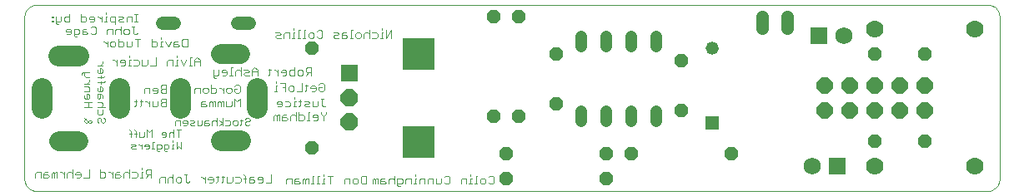
<source format=gbs>
G75*
%MOIN*%
%OFA0B0*%
%FSLAX24Y24*%
%IPPOS*%
%LPD*%
%AMOC8*
5,1,8,0,0,1.08239X$1,22.5*
%
%ADD10C,0.0040*%
%ADD11C,0.0010*%
%ADD12C,0.0827*%
%ADD13C,0.0788*%
%ADD14R,0.0700X0.0700*%
%ADD15OC8,0.0700*%
%ADD16R,0.1267X0.1267*%
%ADD17OC8,0.0640*%
%ADD18R,0.0520X0.0520*%
%ADD19C,0.0520*%
%ADD20C,0.0520*%
%ADD21OC8,0.0520*%
%ADD22R,0.0690X0.0690*%
%ADD23C,0.0690*%
%ADD24C,0.0700*%
%ADD25C,0.0453*%
%ADD26C,0.0512*%
D10*
X006151Y001864D02*
X006151Y002024D01*
X006205Y002077D01*
X006365Y002077D01*
X006365Y001864D01*
X006483Y001864D02*
X006483Y002024D01*
X006536Y002077D01*
X006643Y002077D01*
X006696Y002024D01*
X006814Y002024D02*
X006868Y002077D01*
X006975Y002077D01*
X007028Y002024D01*
X007028Y001917D01*
X006975Y001864D01*
X006868Y001864D01*
X006814Y001917D01*
X006814Y002024D01*
X006696Y002184D02*
X006696Y001864D01*
X007199Y001917D02*
X007199Y002184D01*
X007146Y002184D02*
X007253Y002184D01*
X007807Y002077D02*
X007860Y002077D01*
X007967Y001970D01*
X007967Y001864D02*
X007967Y002077D01*
X008085Y002024D02*
X008138Y002077D01*
X008245Y002077D01*
X008299Y002024D01*
X008299Y001917D01*
X008245Y001864D01*
X008138Y001864D01*
X008085Y001970D02*
X008299Y001970D01*
X008413Y001864D02*
X008466Y001917D01*
X008466Y002130D01*
X008413Y002077D02*
X008520Y002077D01*
X008634Y002077D02*
X008741Y002077D01*
X008687Y002130D02*
X008687Y001917D01*
X008634Y001864D01*
X008859Y001864D02*
X008859Y002077D01*
X009072Y002077D02*
X009072Y001917D01*
X009019Y001864D01*
X008859Y001864D01*
X009190Y001864D02*
X009350Y001864D01*
X009404Y001917D01*
X009404Y002024D01*
X009350Y002077D01*
X009190Y002077D01*
X009518Y002024D02*
X009625Y002024D01*
X009743Y002024D02*
X009743Y001864D01*
X009903Y001864D01*
X009956Y001917D01*
X009903Y001970D01*
X009743Y001970D01*
X009743Y002024D02*
X009796Y002077D01*
X009903Y002077D01*
X010074Y002024D02*
X010127Y002077D01*
X010234Y002077D01*
X010288Y002024D01*
X010288Y001917D01*
X010234Y001864D01*
X010127Y001864D01*
X010074Y001970D02*
X010288Y001970D01*
X010405Y001864D02*
X010619Y001864D01*
X010619Y002184D01*
X010074Y002024D02*
X010074Y001970D01*
X009571Y001864D02*
X009571Y002130D01*
X009518Y002184D01*
X008085Y002024D02*
X008085Y001970D01*
X007359Y001917D02*
X007306Y001864D01*
X007253Y001864D01*
X007199Y001917D01*
X005819Y002064D02*
X005819Y002384D01*
X005659Y002384D01*
X005605Y002330D01*
X005605Y002224D01*
X005659Y002170D01*
X005819Y002170D01*
X005712Y002170D02*
X005605Y002064D01*
X005488Y002064D02*
X005381Y002064D01*
X005434Y002064D02*
X005434Y002277D01*
X005488Y002277D01*
X005434Y002384D02*
X005434Y002437D01*
X005267Y002224D02*
X005213Y002277D01*
X005053Y002277D01*
X004935Y002224D02*
X004882Y002277D01*
X004775Y002277D01*
X004722Y002224D01*
X004722Y002064D01*
X004604Y002117D02*
X004550Y002170D01*
X004390Y002170D01*
X004390Y002224D02*
X004390Y002064D01*
X004550Y002064D01*
X004604Y002117D01*
X004443Y002277D02*
X004390Y002224D01*
X004443Y002277D02*
X004550Y002277D01*
X004272Y002277D02*
X004272Y002064D01*
X004272Y002170D02*
X004165Y002277D01*
X004112Y002277D01*
X003996Y002224D02*
X003942Y002277D01*
X003782Y002277D01*
X003782Y002384D02*
X003782Y002064D01*
X003942Y002064D01*
X003996Y002117D01*
X003996Y002224D01*
X003333Y002384D02*
X003333Y002064D01*
X003119Y002064D01*
X003001Y002117D02*
X003001Y002224D01*
X002948Y002277D01*
X002841Y002277D01*
X002788Y002224D01*
X002788Y002170D01*
X003001Y002170D01*
X003001Y002117D02*
X002948Y002064D01*
X002841Y002064D01*
X002670Y002064D02*
X002670Y002384D01*
X002617Y002277D02*
X002510Y002277D01*
X002456Y002224D01*
X002456Y002064D01*
X002338Y002064D02*
X002338Y002277D01*
X002232Y002277D02*
X002178Y002277D01*
X002232Y002277D02*
X002338Y002170D01*
X002062Y002064D02*
X002062Y002277D01*
X002009Y002277D01*
X001955Y002224D01*
X001902Y002277D01*
X001849Y002224D01*
X001849Y002064D01*
X001955Y002064D02*
X001955Y002224D01*
X001731Y002117D02*
X001677Y002170D01*
X001517Y002170D01*
X001517Y002224D02*
X001517Y002064D01*
X001677Y002064D01*
X001731Y002117D01*
X001571Y002277D02*
X001517Y002224D01*
X001571Y002277D02*
X001677Y002277D01*
X001399Y002277D02*
X001239Y002277D01*
X001186Y002224D01*
X001186Y002064D01*
X001399Y002064D02*
X001399Y002277D01*
X002617Y002277D02*
X002670Y002224D01*
X004935Y002384D02*
X004935Y002064D01*
X005053Y002064D02*
X005213Y002064D01*
X005267Y002117D01*
X005267Y002224D01*
X006093Y003120D02*
X006046Y003167D01*
X006046Y003400D01*
X006187Y003400D01*
X006233Y003354D01*
X006233Y003260D01*
X006187Y003214D01*
X006046Y003214D01*
X006093Y003120D02*
X006140Y003120D01*
X006341Y003167D02*
X006341Y003400D01*
X006481Y003400D01*
X006528Y003354D01*
X006528Y003260D01*
X006481Y003214D01*
X006341Y003214D01*
X006341Y003167D02*
X006388Y003120D01*
X006435Y003120D01*
X006631Y003214D02*
X006724Y003214D01*
X006678Y003214D02*
X006678Y003400D01*
X006724Y003400D01*
X006678Y003494D02*
X006678Y003540D01*
X006724Y003694D02*
X006724Y003974D01*
X006678Y003880D02*
X006584Y003880D01*
X006538Y003834D01*
X006538Y003694D01*
X006430Y003740D02*
X006383Y003694D01*
X006290Y003694D01*
X006243Y003787D02*
X006430Y003787D01*
X006430Y003740D02*
X006430Y003834D01*
X006383Y003880D01*
X006290Y003880D01*
X006243Y003834D01*
X006243Y003787D01*
X005840Y003694D02*
X005840Y003974D01*
X005747Y003880D01*
X005654Y003974D01*
X005654Y003694D01*
X005546Y003740D02*
X005499Y003694D01*
X005359Y003694D01*
X005359Y003880D01*
X005251Y003834D02*
X005158Y003834D01*
X005055Y003834D02*
X004961Y003834D01*
X005008Y003927D02*
X004961Y003974D01*
X005008Y003927D02*
X005008Y003694D01*
X005204Y003694D02*
X005204Y003927D01*
X005158Y003974D01*
X005546Y003880D02*
X005546Y003740D01*
X005892Y003494D02*
X005892Y003214D01*
X005939Y003214D02*
X005845Y003214D01*
X005742Y003260D02*
X005742Y003354D01*
X005695Y003400D01*
X005602Y003400D01*
X005555Y003354D01*
X005555Y003307D01*
X005742Y003307D01*
X005742Y003260D02*
X005695Y003214D01*
X005602Y003214D01*
X005448Y003214D02*
X005448Y003400D01*
X005448Y003307D02*
X005354Y003400D01*
X005307Y003400D01*
X005202Y003354D02*
X005155Y003400D01*
X005015Y003400D01*
X005062Y003307D02*
X005155Y003307D01*
X005202Y003354D01*
X005202Y003214D02*
X005062Y003214D01*
X005015Y003260D01*
X005062Y003307D01*
X005892Y003494D02*
X005939Y003494D01*
X006832Y003494D02*
X006832Y003214D01*
X006926Y003307D01*
X007019Y003214D01*
X007019Y003494D01*
X006926Y003694D02*
X006926Y003974D01*
X007019Y003974D02*
X006832Y003974D01*
X006724Y003834D02*
X006678Y003880D01*
X006783Y004164D02*
X006783Y004304D01*
X006830Y004350D01*
X006970Y004350D01*
X006970Y004164D01*
X007078Y004257D02*
X007264Y004257D01*
X007264Y004304D02*
X007218Y004350D01*
X007124Y004350D01*
X007078Y004304D01*
X007078Y004257D01*
X007124Y004164D02*
X007218Y004164D01*
X007264Y004210D01*
X007264Y004304D01*
X007372Y004350D02*
X007512Y004350D01*
X007559Y004304D01*
X007512Y004257D01*
X007419Y004257D01*
X007372Y004210D01*
X007419Y004164D01*
X007559Y004164D01*
X007667Y004164D02*
X007667Y004350D01*
X007854Y004350D02*
X007854Y004210D01*
X007807Y004164D01*
X007667Y004164D01*
X007962Y004164D02*
X007962Y004304D01*
X008008Y004350D01*
X008102Y004350D01*
X008102Y004257D02*
X007962Y004257D01*
X007962Y004164D02*
X008102Y004164D01*
X008148Y004210D01*
X008102Y004257D01*
X008256Y004304D02*
X008256Y004164D01*
X008256Y004304D02*
X008303Y004350D01*
X008396Y004350D01*
X008443Y004304D01*
X008548Y004350D02*
X008689Y004257D01*
X008548Y004164D01*
X008443Y004164D02*
X008443Y004444D01*
X008689Y004444D02*
X008689Y004164D01*
X008796Y004164D02*
X008937Y004164D01*
X008983Y004210D01*
X008983Y004304D01*
X008937Y004350D01*
X008796Y004350D01*
X009091Y004304D02*
X009138Y004350D01*
X009231Y004350D01*
X009278Y004304D01*
X009278Y004210D01*
X009231Y004164D01*
X009138Y004164D01*
X009091Y004210D01*
X009091Y004304D01*
X009381Y004350D02*
X009474Y004350D01*
X009428Y004397D02*
X009428Y004210D01*
X009381Y004164D01*
X009582Y004210D02*
X009582Y004257D01*
X009629Y004304D01*
X009722Y004304D01*
X009769Y004350D01*
X009769Y004397D01*
X009722Y004444D01*
X009629Y004444D01*
X009582Y004397D01*
X009582Y004210D02*
X009629Y004164D01*
X009722Y004164D01*
X009769Y004210D01*
X010727Y004364D02*
X010727Y004524D01*
X010780Y004577D01*
X010834Y004524D01*
X010834Y004364D01*
X010941Y004364D02*
X010941Y004577D01*
X010887Y004577D01*
X010834Y004524D01*
X011059Y004524D02*
X011059Y004364D01*
X011219Y004364D01*
X011272Y004417D01*
X011219Y004470D01*
X011059Y004470D01*
X011059Y004524D02*
X011112Y004577D01*
X011219Y004577D01*
X011390Y004524D02*
X011443Y004577D01*
X011550Y004577D01*
X011604Y004524D01*
X011722Y004577D02*
X011882Y004577D01*
X011935Y004524D01*
X011935Y004417D01*
X011882Y004364D01*
X011722Y004364D01*
X011722Y004684D01*
X011604Y004684D02*
X011604Y004364D01*
X011390Y004364D02*
X011390Y004524D01*
X012049Y004364D02*
X012156Y004364D01*
X012103Y004364D02*
X012103Y004684D01*
X012156Y004684D01*
X012274Y004524D02*
X012327Y004577D01*
X012434Y004577D01*
X012488Y004524D01*
X012488Y004417D01*
X012434Y004364D01*
X012327Y004364D01*
X012274Y004470D02*
X012488Y004470D01*
X012605Y004630D02*
X012712Y004524D01*
X012712Y004364D01*
X012712Y004524D02*
X012819Y004630D01*
X012819Y004684D01*
X012605Y004684D02*
X012605Y004630D01*
X012274Y004524D02*
X012274Y004470D01*
X012274Y004904D02*
X012274Y005117D01*
X012156Y005064D02*
X012103Y005117D01*
X011943Y005117D01*
X011825Y005117D02*
X011718Y005117D01*
X011771Y005170D02*
X011771Y004957D01*
X011718Y004904D01*
X011604Y004904D02*
X011497Y004904D01*
X011550Y004904D02*
X011550Y005117D01*
X011604Y005117D01*
X011550Y005224D02*
X011550Y005277D01*
X011471Y005530D02*
X011525Y005583D01*
X011525Y005690D01*
X011471Y005744D01*
X011364Y005744D01*
X011311Y005690D01*
X011311Y005583D01*
X011364Y005530D01*
X011471Y005530D01*
X011643Y005530D02*
X011856Y005530D01*
X011856Y005850D01*
X011970Y005744D02*
X012077Y005744D01*
X012024Y005797D02*
X012024Y005583D01*
X011970Y005530D01*
X012195Y005637D02*
X012409Y005637D01*
X012409Y005690D02*
X012409Y005583D01*
X012355Y005530D01*
X012248Y005530D01*
X012195Y005637D02*
X012195Y005690D01*
X012248Y005744D01*
X012355Y005744D01*
X012409Y005690D01*
X012526Y005690D02*
X012633Y005690D01*
X012526Y005690D02*
X012526Y005583D01*
X012580Y005530D01*
X012687Y005530D01*
X012740Y005583D01*
X012740Y005797D01*
X012687Y005850D01*
X012580Y005850D01*
X012526Y005797D01*
X012219Y006164D02*
X012219Y006484D01*
X012059Y006484D01*
X012005Y006430D01*
X012005Y006324D01*
X012059Y006270D01*
X012219Y006270D01*
X012112Y006270D02*
X012005Y006164D01*
X011888Y006217D02*
X011834Y006164D01*
X011727Y006164D01*
X011674Y006217D01*
X011674Y006324D01*
X011727Y006377D01*
X011834Y006377D01*
X011888Y006324D01*
X011888Y006217D01*
X011556Y006164D02*
X011396Y006164D01*
X011343Y006217D01*
X011343Y006324D01*
X011396Y006377D01*
X011556Y006377D01*
X011556Y006484D02*
X011556Y006164D01*
X011225Y006217D02*
X011225Y006324D01*
X011171Y006377D01*
X011064Y006377D01*
X011011Y006324D01*
X011011Y006270D01*
X011225Y006270D01*
X011225Y006217D02*
X011171Y006164D01*
X011064Y006164D01*
X010893Y006164D02*
X010893Y006377D01*
X010786Y006377D02*
X010733Y006377D01*
X010786Y006377D02*
X010893Y006270D01*
X010617Y006377D02*
X010510Y006377D01*
X010563Y006430D02*
X010563Y006217D01*
X010510Y006164D01*
X010064Y006164D02*
X010064Y006377D01*
X009958Y006484D01*
X009851Y006377D01*
X009851Y006164D01*
X009733Y006164D02*
X009573Y006164D01*
X009519Y006217D01*
X009573Y006270D01*
X009680Y006270D01*
X009733Y006324D01*
X009680Y006377D01*
X009519Y006377D01*
X009401Y006324D02*
X009348Y006377D01*
X009241Y006377D01*
X009188Y006324D01*
X009188Y006164D01*
X009070Y006164D02*
X008963Y006164D01*
X009017Y006164D02*
X009017Y006484D01*
X009070Y006484D01*
X008849Y006324D02*
X008796Y006377D01*
X008689Y006377D01*
X008635Y006324D01*
X008635Y006270D01*
X008849Y006270D01*
X008849Y006217D02*
X008849Y006324D01*
X008849Y006217D02*
X008796Y006164D01*
X008689Y006164D01*
X008517Y006217D02*
X008464Y006164D01*
X008304Y006164D01*
X008304Y006110D02*
X008357Y006057D01*
X008411Y006057D01*
X008304Y006110D02*
X008304Y006377D01*
X008517Y006377D02*
X008517Y006217D01*
X009401Y006164D02*
X009401Y006484D01*
X009851Y006324D02*
X010064Y006324D01*
X010808Y005904D02*
X010808Y005850D01*
X010808Y005744D02*
X010808Y005530D01*
X010755Y005530D02*
X010862Y005530D01*
X011193Y005530D02*
X011193Y005850D01*
X010980Y005850D01*
X010862Y005744D02*
X010808Y005744D01*
X011086Y005690D02*
X011193Y005690D01*
X012605Y005224D02*
X012712Y005224D01*
X012659Y005224D02*
X012659Y004957D01*
X012712Y004904D01*
X012766Y004904D01*
X012819Y004957D01*
X012488Y004957D02*
X012434Y004904D01*
X012274Y004904D01*
X012156Y004904D02*
X011996Y004904D01*
X011943Y004957D01*
X011996Y005010D01*
X012103Y005010D01*
X012156Y005064D01*
X012488Y005117D02*
X012488Y004957D01*
X011383Y004957D02*
X011329Y004904D01*
X011169Y004904D01*
X011051Y004957D02*
X011051Y005064D01*
X010998Y005117D01*
X010891Y005117D01*
X010838Y005064D01*
X010838Y005010D01*
X011051Y005010D01*
X011051Y004957D02*
X010998Y004904D01*
X010891Y004904D01*
X011383Y004957D02*
X011383Y005064D01*
X011329Y005117D01*
X011169Y005117D01*
X009369Y005234D02*
X009369Y004914D01*
X009155Y004914D02*
X009155Y005234D01*
X009262Y005127D01*
X009369Y005234D01*
X009038Y005127D02*
X009038Y004967D01*
X008984Y004914D01*
X008824Y004914D01*
X008824Y005127D01*
X008706Y005127D02*
X008653Y005127D01*
X008599Y005074D01*
X008546Y005127D01*
X008493Y005074D01*
X008493Y004914D01*
X008599Y004914D02*
X008599Y005074D01*
X008706Y005127D02*
X008706Y004914D01*
X008375Y004914D02*
X008375Y005127D01*
X008321Y005127D01*
X008268Y005074D01*
X008214Y005127D01*
X008161Y005074D01*
X008161Y004914D01*
X008268Y004914D02*
X008268Y005074D01*
X008043Y004967D02*
X007990Y005020D01*
X007830Y005020D01*
X007830Y005074D02*
X007830Y004914D01*
X007990Y004914D01*
X008043Y004967D01*
X007990Y005127D02*
X007883Y005127D01*
X007830Y005074D01*
X007767Y005454D02*
X007767Y005667D01*
X007607Y005667D01*
X007553Y005614D01*
X007553Y005454D01*
X007885Y005507D02*
X007885Y005614D01*
X007938Y005667D01*
X008045Y005667D01*
X008098Y005614D01*
X008098Y005507D01*
X008045Y005454D01*
X007938Y005454D01*
X007885Y005507D01*
X008216Y005454D02*
X008376Y005454D01*
X008430Y005507D01*
X008430Y005614D01*
X008376Y005667D01*
X008216Y005667D01*
X008216Y005774D02*
X008216Y005454D01*
X008599Y005667D02*
X008706Y005560D01*
X008706Y005454D02*
X008706Y005667D01*
X008599Y005667D02*
X008546Y005667D01*
X008824Y005614D02*
X008824Y005507D01*
X008877Y005454D01*
X008984Y005454D01*
X009038Y005507D01*
X009038Y005614D01*
X008984Y005667D01*
X008877Y005667D01*
X008824Y005614D01*
X009155Y005614D02*
X009155Y005507D01*
X009209Y005454D01*
X009316Y005454D01*
X009369Y005507D01*
X009369Y005720D01*
X009316Y005774D01*
X009209Y005774D01*
X009155Y005720D01*
X009155Y005614D02*
X009262Y005614D01*
X006419Y005614D02*
X006259Y005614D01*
X006205Y005560D01*
X006205Y005507D01*
X006259Y005454D01*
X006419Y005454D01*
X006419Y005774D01*
X006259Y005774D01*
X006205Y005720D01*
X006205Y005667D01*
X006259Y005614D01*
X006088Y005614D02*
X006088Y005507D01*
X006034Y005454D01*
X005927Y005454D01*
X005874Y005560D02*
X006088Y005560D01*
X006088Y005614D02*
X006034Y005667D01*
X005927Y005667D01*
X005874Y005614D01*
X005874Y005560D01*
X005756Y005454D02*
X005756Y005667D01*
X005596Y005667D01*
X005543Y005614D01*
X005543Y005454D01*
X005426Y005180D02*
X005426Y004967D01*
X005373Y004914D01*
X005205Y004967D02*
X005152Y004914D01*
X005205Y004967D02*
X005205Y005180D01*
X005152Y005127D02*
X005259Y005127D01*
X005373Y005127D02*
X005480Y005127D01*
X005596Y005127D02*
X005649Y005127D01*
X005756Y005020D01*
X005756Y004914D02*
X005756Y005127D01*
X005874Y005127D02*
X005874Y004914D01*
X006034Y004914D01*
X006088Y004967D01*
X006088Y005127D01*
X006205Y005127D02*
X006205Y005180D01*
X006259Y005234D01*
X006419Y005234D01*
X006419Y004914D01*
X006259Y004914D01*
X006205Y004967D01*
X006205Y005020D01*
X006259Y005074D01*
X006419Y005074D01*
X006259Y005074D02*
X006205Y005127D01*
X003969Y004890D02*
X003669Y004890D01*
X003669Y004777D02*
X003669Y004627D01*
X003719Y004577D01*
X003819Y004577D01*
X003869Y004627D01*
X003869Y004777D01*
X003819Y004890D02*
X003869Y004940D01*
X003869Y005040D01*
X003819Y005090D01*
X003669Y005090D01*
X003719Y005203D02*
X003669Y005253D01*
X003669Y005403D01*
X003819Y005403D01*
X003869Y005353D01*
X003869Y005253D01*
X003769Y005253D02*
X003769Y005403D01*
X003769Y005516D02*
X003769Y005716D01*
X003819Y005716D01*
X003869Y005666D01*
X003869Y005566D01*
X003819Y005516D01*
X003719Y005516D01*
X003669Y005566D01*
X003669Y005666D01*
X003359Y005666D02*
X003309Y005716D01*
X003159Y005716D01*
X003159Y005829D02*
X003359Y005829D01*
X003259Y005829D02*
X003359Y005929D01*
X003359Y005979D01*
X003669Y005879D02*
X003919Y005879D01*
X003969Y005929D01*
X003819Y005929D02*
X003819Y005829D01*
X003819Y006038D02*
X003819Y006138D01*
X003819Y006246D02*
X003869Y006296D01*
X003869Y006396D01*
X003819Y006446D01*
X003769Y006446D01*
X003769Y006246D01*
X003719Y006246D02*
X003819Y006246D01*
X003719Y006246D02*
X003669Y006296D01*
X003669Y006396D01*
X003669Y006559D02*
X003869Y006559D01*
X003769Y006559D02*
X003869Y006659D01*
X003869Y006709D01*
X004294Y006777D02*
X004347Y006777D01*
X004454Y006670D01*
X004454Y006564D02*
X004454Y006777D01*
X004572Y006724D02*
X004572Y006670D01*
X004786Y006670D01*
X004786Y006617D02*
X004786Y006724D01*
X004732Y006777D01*
X004626Y006777D01*
X004572Y006724D01*
X004732Y006564D02*
X004786Y006617D01*
X004732Y006564D02*
X004626Y006564D01*
X004900Y006564D02*
X005007Y006564D01*
X004953Y006564D02*
X004953Y006777D01*
X005007Y006777D01*
X005125Y006777D02*
X005285Y006777D01*
X005338Y006724D01*
X005338Y006617D01*
X005285Y006564D01*
X005125Y006564D01*
X005456Y006564D02*
X005456Y006777D01*
X005670Y006777D02*
X005670Y006617D01*
X005616Y006564D01*
X005456Y006564D01*
X005788Y006564D02*
X006001Y006564D01*
X006001Y006884D01*
X006451Y006724D02*
X006451Y006564D01*
X006664Y006564D02*
X006664Y006777D01*
X006504Y006777D01*
X006451Y006724D01*
X006832Y006777D02*
X006832Y006564D01*
X006885Y006564D02*
X006778Y006564D01*
X007003Y006777D02*
X007110Y006564D01*
X007217Y006777D01*
X007384Y006884D02*
X007384Y006564D01*
X007331Y006564D02*
X007438Y006564D01*
X007555Y006564D02*
X007555Y006777D01*
X007662Y006884D01*
X007769Y006777D01*
X007769Y006564D01*
X007769Y006724D02*
X007555Y006724D01*
X007438Y006884D02*
X007384Y006884D01*
X006885Y006777D02*
X006832Y006777D01*
X006832Y006884D02*
X006832Y006937D01*
X006884Y007314D02*
X006938Y007367D01*
X006884Y007420D01*
X006724Y007420D01*
X006724Y007474D02*
X006724Y007314D01*
X006884Y007314D01*
X007055Y007367D02*
X007055Y007580D01*
X007109Y007634D01*
X007269Y007634D01*
X007269Y007314D01*
X007109Y007314D01*
X007055Y007367D01*
X006884Y007527D02*
X006777Y007527D01*
X006724Y007474D01*
X006606Y007527D02*
X006499Y007314D01*
X006393Y007527D01*
X006275Y007527D02*
X006221Y007527D01*
X006221Y007314D01*
X006168Y007314D02*
X006275Y007314D01*
X006054Y007367D02*
X006054Y007474D01*
X006000Y007527D01*
X005840Y007527D01*
X005840Y007634D02*
X005840Y007314D01*
X006000Y007314D01*
X006054Y007367D01*
X006221Y007634D02*
X006221Y007687D01*
X005391Y007634D02*
X005177Y007634D01*
X005284Y007634D02*
X005284Y007314D01*
X005059Y007367D02*
X005006Y007314D01*
X004846Y007314D01*
X004846Y007527D01*
X004728Y007474D02*
X004674Y007527D01*
X004514Y007527D01*
X004514Y007634D02*
X004514Y007314D01*
X004674Y007314D01*
X004728Y007367D01*
X004728Y007474D01*
X004396Y007474D02*
X004396Y007367D01*
X004343Y007314D01*
X004236Y007314D01*
X004183Y007367D01*
X004183Y007474D01*
X004236Y007527D01*
X004343Y007527D01*
X004396Y007474D01*
X004065Y007527D02*
X004065Y007314D01*
X004065Y007420D02*
X003958Y007527D01*
X003905Y007527D01*
X004061Y007814D02*
X004061Y007974D01*
X004114Y008027D01*
X004275Y008027D01*
X004275Y007814D01*
X004393Y007814D02*
X004393Y007974D01*
X004446Y008027D01*
X004553Y008027D01*
X004606Y007974D01*
X004724Y007974D02*
X004777Y008027D01*
X004884Y008027D01*
X004938Y007974D01*
X004938Y007867D01*
X004884Y007814D01*
X004777Y007814D01*
X004724Y007867D01*
X004724Y007974D01*
X004606Y008134D02*
X004606Y007814D01*
X005109Y007867D02*
X005109Y008134D01*
X005162Y008134D02*
X005055Y008134D01*
X005048Y008314D02*
X005048Y008527D01*
X004888Y008527D01*
X004834Y008474D01*
X004834Y008314D01*
X004717Y008314D02*
X004556Y008314D01*
X004503Y008367D01*
X004556Y008420D01*
X004663Y008420D01*
X004717Y008474D01*
X004663Y008527D01*
X004503Y008527D01*
X004385Y008527D02*
X004225Y008527D01*
X004172Y008474D01*
X004172Y008367D01*
X004225Y008314D01*
X004385Y008314D01*
X004385Y008207D02*
X004385Y008527D01*
X004054Y008527D02*
X004000Y008527D01*
X004000Y008314D01*
X003947Y008314D02*
X004054Y008314D01*
X003833Y008314D02*
X003833Y008527D01*
X003833Y008420D02*
X003726Y008527D01*
X003672Y008527D01*
X003556Y008474D02*
X003503Y008527D01*
X003396Y008527D01*
X003343Y008474D01*
X003343Y008420D01*
X003556Y008420D01*
X003556Y008367D02*
X003556Y008474D01*
X003556Y008367D02*
X003503Y008314D01*
X003396Y008314D01*
X003225Y008367D02*
X003225Y008474D01*
X003171Y008527D01*
X003011Y008527D01*
X003011Y008634D02*
X003011Y008314D01*
X003171Y008314D01*
X003225Y008367D01*
X002562Y008314D02*
X002402Y008314D01*
X002348Y008367D01*
X002348Y008474D01*
X002402Y008527D01*
X002562Y008527D01*
X002562Y008634D02*
X002562Y008314D01*
X002230Y008367D02*
X002177Y008314D01*
X002017Y008314D01*
X002017Y008260D02*
X002070Y008207D01*
X002124Y008207D01*
X002017Y008260D02*
X002017Y008527D01*
X001899Y008527D02*
X001899Y008474D01*
X001846Y008474D01*
X001846Y008527D01*
X001899Y008527D01*
X001899Y008367D02*
X001899Y008314D01*
X001846Y008314D01*
X001846Y008367D01*
X001899Y008367D01*
X002230Y008367D02*
X002230Y008527D01*
X003398Y008080D02*
X003451Y008134D01*
X003558Y008134D01*
X003612Y008080D01*
X003612Y007867D01*
X003558Y007814D01*
X003451Y007814D01*
X003398Y007867D01*
X003280Y007867D02*
X003227Y007814D01*
X003067Y007814D01*
X003067Y007974D01*
X003120Y008027D01*
X003227Y008027D01*
X003227Y007920D02*
X003067Y007920D01*
X002949Y007867D02*
X002895Y007814D01*
X002735Y007814D01*
X002735Y007760D02*
X002735Y008027D01*
X002895Y008027D01*
X002949Y007974D01*
X002949Y007867D01*
X002788Y007707D02*
X002735Y007760D01*
X002788Y007707D02*
X002842Y007707D01*
X002617Y007867D02*
X002564Y007814D01*
X002457Y007814D01*
X002404Y007920D02*
X002617Y007920D01*
X002617Y007867D02*
X002617Y007974D01*
X002564Y008027D01*
X002457Y008027D01*
X002404Y007974D01*
X002404Y007920D01*
X003227Y007920D02*
X003280Y007867D01*
X005059Y007527D02*
X005059Y007367D01*
X004953Y006937D02*
X004953Y006884D01*
X003359Y006290D02*
X003109Y006290D01*
X003059Y006240D01*
X003059Y006190D01*
X003159Y006140D02*
X003159Y006290D01*
X003159Y006140D02*
X003209Y006090D01*
X003359Y006090D01*
X003669Y006088D02*
X003919Y006088D01*
X003969Y006138D01*
X003359Y005666D02*
X003359Y005516D01*
X003159Y005516D01*
X003259Y005403D02*
X003259Y005203D01*
X003209Y005203D02*
X003309Y005203D01*
X003359Y005253D01*
X003359Y005353D01*
X003309Y005403D01*
X003259Y005403D01*
X003159Y005353D02*
X003159Y005253D01*
X003209Y005203D01*
X003159Y005090D02*
X003459Y005090D01*
X003309Y005090D02*
X003309Y004890D01*
X003159Y004890D02*
X003459Y004890D01*
X003719Y005203D02*
X003769Y005253D01*
X003769Y004464D02*
X003719Y004464D01*
X003669Y004414D01*
X003669Y004314D01*
X003719Y004264D01*
X003819Y004314D02*
X003819Y004414D01*
X003769Y004464D01*
X003919Y004464D02*
X003969Y004414D01*
X003969Y004314D01*
X003919Y004264D01*
X003869Y004264D01*
X003819Y004314D01*
X003459Y004314D02*
X003409Y004364D01*
X003359Y004364D01*
X003259Y004264D01*
X003209Y004264D01*
X003159Y004314D01*
X003159Y004364D01*
X003259Y004464D01*
X003159Y004464D02*
X003359Y004264D01*
X003409Y004264D01*
X003459Y004314D01*
X012266Y002134D02*
X012266Y001814D01*
X012213Y001814D02*
X012320Y001814D01*
X012434Y001814D02*
X012541Y001814D01*
X012487Y001814D02*
X012487Y002134D01*
X012541Y002134D01*
X012708Y002134D02*
X012708Y002187D01*
X012880Y002134D02*
X013093Y002134D01*
X012986Y002134D02*
X012986Y001814D01*
X012762Y001814D02*
X012655Y001814D01*
X012708Y001814D02*
X012708Y002027D01*
X012762Y002027D01*
X012320Y002134D02*
X012266Y002134D01*
X012099Y002027D02*
X012045Y002027D01*
X011992Y001974D01*
X011938Y002027D01*
X011885Y001974D01*
X011885Y001814D01*
X011992Y001814D02*
X011992Y001974D01*
X012099Y002027D02*
X012099Y001814D01*
X011767Y001867D02*
X011714Y001920D01*
X011554Y001920D01*
X011554Y001974D02*
X011554Y001814D01*
X011714Y001814D01*
X011767Y001867D01*
X011714Y002027D02*
X011607Y002027D01*
X011554Y001974D01*
X011436Y002027D02*
X011276Y002027D01*
X011222Y001974D01*
X011222Y001814D01*
X011436Y001814D02*
X011436Y002027D01*
X013543Y001974D02*
X013543Y001814D01*
X013756Y001814D02*
X013756Y002027D01*
X013596Y002027D01*
X013543Y001974D01*
X013874Y001974D02*
X013927Y002027D01*
X014034Y002027D01*
X014088Y001974D01*
X014088Y001867D01*
X014034Y001814D01*
X013927Y001814D01*
X013874Y001867D01*
X013874Y001974D01*
X014205Y001867D02*
X014205Y002080D01*
X014259Y002134D01*
X014419Y002134D01*
X014419Y001814D01*
X014259Y001814D01*
X014205Y001867D01*
X014665Y001814D02*
X014665Y001974D01*
X014718Y002027D01*
X014771Y001974D01*
X014771Y001814D01*
X014878Y001814D02*
X014878Y002027D01*
X014825Y002027D01*
X014771Y001974D01*
X014996Y001974D02*
X014996Y001814D01*
X015156Y001814D01*
X015210Y001867D01*
X015156Y001920D01*
X014996Y001920D01*
X014996Y001974D02*
X015050Y002027D01*
X015156Y002027D01*
X015328Y001974D02*
X015328Y001814D01*
X015541Y001814D02*
X015541Y002134D01*
X015488Y002027D02*
X015381Y002027D01*
X015328Y001974D01*
X015488Y002027D02*
X015541Y001974D01*
X015659Y002027D02*
X015819Y002027D01*
X015873Y001974D01*
X015873Y001867D01*
X015819Y001814D01*
X015659Y001814D01*
X015659Y001760D02*
X015659Y002027D01*
X015991Y001974D02*
X015991Y001814D01*
X016204Y001814D02*
X016204Y002027D01*
X016044Y002027D01*
X015991Y001974D01*
X016372Y002027D02*
X016372Y001814D01*
X016425Y001814D02*
X016318Y001814D01*
X016543Y001814D02*
X016543Y001974D01*
X016597Y002027D01*
X016757Y002027D01*
X016757Y001814D01*
X016875Y001814D02*
X016875Y001974D01*
X016928Y002027D01*
X017088Y002027D01*
X017088Y001814D01*
X017206Y001814D02*
X017206Y002027D01*
X017420Y002027D02*
X017420Y001867D01*
X017366Y001814D01*
X017206Y001814D01*
X017538Y001867D02*
X017591Y001814D01*
X017698Y001814D01*
X017751Y001867D01*
X017751Y002080D01*
X017698Y002134D01*
X017591Y002134D01*
X017538Y002080D01*
X018201Y001974D02*
X018201Y001814D01*
X018414Y001814D02*
X018414Y002027D01*
X018254Y002027D01*
X018201Y001974D01*
X018582Y002027D02*
X018582Y001814D01*
X018635Y001814D02*
X018528Y001814D01*
X018749Y001814D02*
X018856Y001814D01*
X018803Y001814D02*
X018803Y002134D01*
X018856Y002134D01*
X018974Y001974D02*
X019027Y002027D01*
X019134Y002027D01*
X019188Y001974D01*
X019188Y001867D01*
X019134Y001814D01*
X019027Y001814D01*
X018974Y001867D01*
X018974Y001974D01*
X018635Y002027D02*
X018582Y002027D01*
X018582Y002134D02*
X018582Y002187D01*
X019305Y002080D02*
X019359Y002134D01*
X019466Y002134D01*
X019519Y002080D01*
X019519Y001867D01*
X019466Y001814D01*
X019359Y001814D01*
X019305Y001867D01*
X016425Y002027D02*
X016372Y002027D01*
X016372Y002134D02*
X016372Y002187D01*
X015713Y001707D02*
X015659Y001760D01*
X015713Y001707D02*
X015766Y001707D01*
X015419Y007664D02*
X015419Y007984D01*
X015205Y007664D01*
X015205Y007984D01*
X015088Y007877D02*
X015034Y007877D01*
X015034Y007664D01*
X014981Y007664D02*
X015088Y007664D01*
X014867Y007717D02*
X014813Y007664D01*
X014653Y007664D01*
X014535Y007664D02*
X014535Y007984D01*
X014482Y007877D02*
X014375Y007877D01*
X014322Y007824D01*
X014322Y007664D01*
X014204Y007717D02*
X014150Y007664D01*
X014043Y007664D01*
X013990Y007717D01*
X013990Y007824D01*
X014043Y007877D01*
X014150Y007877D01*
X014204Y007824D01*
X014204Y007717D01*
X014482Y007877D02*
X014535Y007824D01*
X014653Y007877D02*
X014813Y007877D01*
X014867Y007824D01*
X014867Y007717D01*
X015034Y007984D02*
X015034Y008037D01*
X013872Y007984D02*
X013819Y007984D01*
X013819Y007664D01*
X013872Y007664D02*
X013765Y007664D01*
X013651Y007717D02*
X013598Y007770D01*
X013438Y007770D01*
X013438Y007824D02*
X013438Y007664D01*
X013598Y007664D01*
X013651Y007717D01*
X013491Y007877D02*
X013438Y007824D01*
X013491Y007877D02*
X013598Y007877D01*
X013320Y007824D02*
X013266Y007877D01*
X013106Y007877D01*
X013159Y007770D02*
X013266Y007770D01*
X013320Y007824D01*
X013320Y007664D02*
X013159Y007664D01*
X013106Y007717D01*
X013159Y007770D01*
X012657Y007717D02*
X012603Y007664D01*
X012497Y007664D01*
X012443Y007717D01*
X012325Y007717D02*
X012272Y007664D01*
X012165Y007664D01*
X012112Y007717D01*
X012112Y007824D01*
X012165Y007877D01*
X012272Y007877D01*
X012325Y007824D01*
X012325Y007717D01*
X012657Y007717D02*
X012657Y007930D01*
X012603Y007984D01*
X012497Y007984D01*
X012443Y007930D01*
X011994Y007984D02*
X011940Y007984D01*
X011940Y007664D01*
X011887Y007664D02*
X011994Y007664D01*
X011773Y007664D02*
X011666Y007664D01*
X011719Y007664D02*
X011719Y007984D01*
X011773Y007984D01*
X011552Y007877D02*
X011498Y007877D01*
X011498Y007664D01*
X011445Y007664D02*
X011552Y007664D01*
X011331Y007664D02*
X011331Y007877D01*
X011171Y007877D01*
X011117Y007824D01*
X011117Y007664D01*
X010999Y007664D02*
X010839Y007664D01*
X010786Y007717D01*
X010839Y007770D01*
X010946Y007770D01*
X010999Y007824D01*
X010946Y007877D01*
X010786Y007877D01*
X011498Y007984D02*
X011498Y008037D01*
X005269Y007867D02*
X005216Y007814D01*
X005162Y007814D01*
X005109Y007867D01*
X005162Y008314D02*
X005269Y008314D01*
X005216Y008314D02*
X005216Y008634D01*
X005269Y008634D02*
X005162Y008634D01*
X004000Y008634D02*
X004000Y008687D01*
D11*
X001260Y001510D02*
X039236Y001510D01*
X039280Y001512D01*
X039323Y001518D01*
X039366Y001527D01*
X039407Y001540D01*
X039448Y001557D01*
X039487Y001577D01*
X039523Y001601D01*
X039558Y001627D01*
X039590Y001657D01*
X039620Y001689D01*
X039646Y001724D01*
X039670Y001760D01*
X039690Y001799D01*
X039707Y001840D01*
X039720Y001881D01*
X039729Y001924D01*
X039735Y001967D01*
X039737Y002011D01*
X039736Y002011D02*
X039736Y008514D01*
X039737Y008514D02*
X039735Y008556D01*
X039730Y008597D01*
X039721Y008637D01*
X039708Y008677D01*
X039692Y008716D01*
X039673Y008753D01*
X039651Y008788D01*
X039625Y008821D01*
X039597Y008851D01*
X039567Y008879D01*
X039534Y008905D01*
X039499Y008927D01*
X039462Y008946D01*
X039423Y008962D01*
X039383Y008975D01*
X039343Y008984D01*
X039302Y008989D01*
X039260Y008991D01*
X039260Y008990D02*
X001240Y008990D01*
X001198Y008988D01*
X001157Y008983D01*
X001116Y008974D01*
X001076Y008961D01*
X001037Y008945D01*
X001000Y008926D01*
X000965Y008903D01*
X000931Y008878D01*
X000901Y008849D01*
X000872Y008819D01*
X000847Y008785D01*
X000824Y008750D01*
X000805Y008713D01*
X000789Y008674D01*
X000776Y008634D01*
X000767Y008593D01*
X000762Y008552D01*
X000760Y008510D01*
X000760Y002010D01*
X000762Y001966D01*
X000768Y001923D01*
X000777Y001881D01*
X000790Y001839D01*
X000807Y001799D01*
X000827Y001760D01*
X000850Y001723D01*
X000877Y001689D01*
X000906Y001656D01*
X000939Y001627D01*
X000973Y001600D01*
X001010Y001577D01*
X001049Y001557D01*
X001089Y001540D01*
X001131Y001527D01*
X001173Y001518D01*
X001216Y001512D01*
X001260Y001510D01*
D12*
X008603Y003560D02*
X009390Y003560D01*
X010059Y004866D02*
X010059Y005654D01*
X006970Y005654D02*
X006970Y004866D01*
X004550Y004866D02*
X004550Y005654D01*
X001461Y005654D02*
X001461Y004866D01*
X002130Y006960D02*
X002917Y006960D01*
D13*
X008622Y007010D02*
X009370Y007010D01*
X002898Y003510D02*
X002150Y003510D01*
D14*
X013754Y006244D03*
D15*
X013754Y005260D03*
X013754Y004276D03*
D16*
X016510Y003488D03*
X016510Y007032D03*
D17*
X032760Y005760D03*
X033760Y005760D03*
X034760Y005760D03*
X035760Y005760D03*
X036760Y005760D03*
X036760Y004760D03*
X035760Y004760D03*
X034760Y004760D03*
X033760Y004760D03*
X032760Y004760D03*
D18*
X028260Y004260D03*
D19*
X028260Y007260D03*
D20*
X009750Y008260D02*
X009270Y008260D01*
X006750Y008260D02*
X006270Y008260D01*
D21*
X012260Y007260D03*
X019510Y008510D03*
X020510Y008510D03*
X022010Y007010D03*
X027010Y006760D03*
X022010Y005010D03*
X020510Y004510D03*
X019510Y004510D03*
X020010Y003010D03*
X020010Y002010D03*
X024010Y002010D03*
X024010Y003010D03*
X025010Y003010D03*
X029010Y003010D03*
X034760Y003510D03*
X036760Y003510D03*
X027010Y004760D03*
X034760Y007010D03*
X036760Y007010D03*
X012260Y003260D03*
D22*
X032510Y007760D03*
X033260Y002510D03*
D23*
X032260Y002510D03*
X033510Y007760D03*
D24*
X034760Y008010D03*
X038760Y008010D03*
X038760Y002510D03*
X034760Y002510D03*
D25*
X026010Y004303D02*
X026010Y004717D01*
X025010Y004717D02*
X025010Y004303D01*
X024010Y004303D02*
X024010Y004717D01*
X023010Y004717D02*
X023010Y004303D01*
X023010Y007303D02*
X023010Y007717D01*
X024010Y007717D02*
X024010Y007303D01*
X025010Y007303D02*
X025010Y007717D01*
X026010Y007717D02*
X026010Y007303D01*
D26*
X030260Y008038D02*
X030260Y008510D01*
X031260Y008510D02*
X031260Y008038D01*
M02*

</source>
